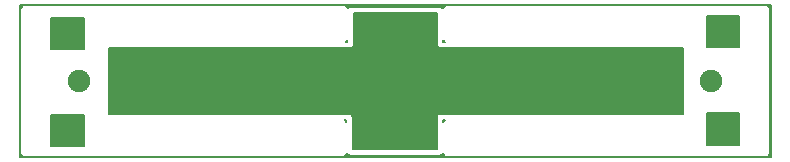
<source format=gbr>
G04 Generated by CircuitCAM Version 5.2*
%FSLAX24Y24*%
%MOMM*%
%ADD10C,0.200000*%
%ADD11C,1.000000*%
%ADD12C,1.900000*%
%LNTopLayer*%
%LPD*%
G54D10*
X92150Y179350D02*
X92150Y178150D01*
X93350Y178150D01*
G75*
G02X92150Y179350I2350J3550D01*
G74*
G01*
X93350Y202950D02*
X92150Y202950D01*
X92200Y201800D01*
G75*
G02X93350Y202950I3500J-2400D01*
G74*
G01*
X117950Y202950D02*
X116750Y202950D01*
G75*
G02X117950Y201750I-2350J-3550D01*
G74*
G01*
X117950Y202950D01*
X117950Y179250D02*
G75*
G02X116800Y178150I-3550J2560D01*
G74*
G01*
X117950Y178150D01*
X117950Y179250D01*
G54D11*
X109200Y181700D02*
X109200Y199400D01*
X109200Y196200D01*
X100800Y196200D01*
X100800Y199400D01*
X100800Y181700D01*
X95700Y199400D02*
X114400Y199400D01*
X114400Y181700D01*
X95700Y181700D01*
X95700Y199400D01*
G54D10*
X92150Y179350D02*
X92150Y178150D01*
X93350Y178150D01*
G75*
G02X92150Y179350I2350J3550D01*
G74*
G01*
X93350Y202950D02*
X92150Y202950D01*
X92200Y201800D01*
G75*
G02X93350Y202950I3500J-2400D01*
G74*
G01*
X117950Y202950D02*
X116750Y202950D01*
G75*
G02X117950Y201750I-2350J-3550D01*
G74*
G01*
X117950Y202950D01*
X117950Y179250D02*
G75*
G02X116800Y178150I-3550J2560D01*
G74*
G01*
X117950Y178150D01*
X117950Y179250D01*
G54D11*
X109200Y181700D02*
X109200Y199400D01*
X109200Y196200D01*
X100800Y196200D01*
X100800Y199400D01*
X100800Y181700D01*
X95700Y199400D02*
X114400Y199400D01*
X114400Y181700D01*
X95700Y181700D01*
X95700Y199400D01*
G54D10*
X118800Y203800D02*
X91300Y203800D01*
X91300Y177300D01*
X118800Y177300D01*
X118800Y203800D01*
X92150Y179350D02*
X92150Y178150D01*
X93350Y178150D01*
G75*
G02X92150Y179350I2350J3550D01*
G74*
G01*
X93350Y202950D02*
X92150Y202950D01*
X92200Y201800D01*
G75*
G02X93350Y202950I3500J-2400D01*
G74*
G01*
X117950Y202950D02*
X116750Y202950D01*
G75*
G02X117950Y201750I-2350J-3550D01*
G74*
G01*
X117950Y202950D01*
X117950Y179250D02*
G75*
G02X116800Y178150I-3550J2560D01*
G74*
G01*
X117950Y178150D01*
X117950Y179250D01*
G54D11*
X109200Y181700D02*
X109200Y199400D01*
X109200Y196200D01*
X100800Y196200D01*
X100800Y199400D01*
X100800Y181700D01*
X95700Y199400D02*
X114400Y199400D01*
X114400Y181700D01*
X95700Y181700D01*
X95700Y199400D01*
G54D10*
X92150Y179350D02*
X92150Y178150D01*
X93350Y178150D01*
G75*
G02X92150Y179350I2350J3550D01*
G74*
G01*
X93350Y202950D02*
X92150Y202950D01*
X92200Y201800D01*
G75*
G02X93350Y202950I3500J-2400D01*
G74*
G01*
X117950Y202950D02*
X116750Y202950D01*
G75*
G02X117950Y201750I-2350J-3550D01*
G74*
G01*
X117950Y202950D01*
X117950Y179250D02*
G75*
G02X116800Y178150I-3550J2560D01*
G74*
G01*
X117950Y178150D01*
X117950Y179250D01*
G54D11*
X109200Y181700D02*
X109200Y199400D01*
X109200Y196200D01*
X100800Y196200D01*
X100800Y199400D01*
X100800Y181700D01*
X95700Y199400D02*
X114400Y199400D01*
X114400Y181700D01*
X95700Y181700D01*
X95700Y199400D01*
G54D10*
X92150Y179350D02*
X92150Y178150D01*
X93350Y178150D01*
G75*
G02X92150Y179350I2350J3550D01*
G74*
G01*
X93350Y202950D02*
X92150Y202950D01*
X92200Y201800D01*
G75*
G02X93350Y202950I3500J-2400D01*
G74*
G01*
X117950Y202950D02*
X116750Y202950D01*
G75*
G02X117950Y201750I-2350J-3550D01*
G74*
G01*
X117950Y202950D01*
X117950Y179250D02*
G75*
G02X116800Y178150I-3550J2560D01*
G74*
G01*
X117950Y178150D01*
X117950Y179250D01*
G54D11*
X109200Y181700D02*
X109200Y199400D01*
X109200Y196200D01*
X100800Y196200D01*
X100800Y199400D01*
X100800Y181700D01*
X95700Y199400D02*
X114400Y199400D01*
X114400Y181700D01*
X95700Y181700D01*
X95700Y199400D01*
G54D10*
X118800Y203800D02*
X91300Y203800D01*
X91300Y177300D01*
X118800Y177300D01*
X118800Y203800D01*
X92150Y179350D02*
X92150Y178150D01*
X93350Y178150D01*
G75*
G02X92150Y179350I2350J3550D01*
G74*
G01*
X93350Y202950D02*
X92150Y202950D01*
X92200Y201800D01*
G75*
G02X93350Y202950I3500J-2400D01*
G74*
G01*
X117950Y202950D02*
X116750Y202950D01*
G75*
G02X117950Y201750I-2350J-3550D01*
G74*
G01*
X117950Y202950D01*
X117950Y179250D02*
G75*
G02X116800Y178150I-3550J2560D01*
G74*
G01*
X117950Y178150D01*
X117950Y179250D01*
G54D11*
X109200Y181700D02*
X109200Y199400D01*
X109200Y196200D01*
X100800Y196200D01*
X100800Y199400D01*
X100800Y181700D01*
X95700Y199400D02*
X114400Y199400D01*
X114400Y181700D01*
X95700Y181700D01*
X95700Y199400D01*
G54D10*
X624950Y176950D02*
X623750Y176950D01*
G75*
G02X624950Y175750I-2350J-3550D01*
G74*
G01*
X624950Y176950D01*
X625800Y177800D02*
X419900Y177800D01*
X419550Y177850D01*
X419400Y177900D01*
G75*
G02X417800Y180050I648J2153D01*
G74*
G01*
X417800Y207800D01*
X347300Y207800D01*
X347300Y180050D01*
G75*
G02X345050Y177800I-2250J0D01*
G74*
G01*
X140300Y177800D01*
X140300Y122300D01*
X344050Y122300D01*
G75*
G02X346300Y120050I0J-2250D01*
G74*
G01*
X346300Y92300D01*
X417800Y92300D01*
X417800Y120050D01*
G75*
G02X420050Y122300I2250J0D01*
G74*
G01*
X625800Y122300D01*
X625800Y177800D01*
X700050Y214300D02*
X65050Y214300D01*
G75*
G03X64850Y214200I0J-250D01*
G74*
G01*
X64800Y214150D01*
G75*
G02X64800Y214050I-1000J-100D01*
G74*
G01*
X64800Y86700D01*
G75*
G02X64800Y86550I-1000J-200D01*
G74*
G01*
X64800Y86500D01*
G75*
G02X64850Y86250I-1000J-250D01*
G74*
G01*
G75*
G02X64800Y86100I-1050J0D01*
G74*
G01*
G75*
G03X64800Y86000I255J-79D01*
G74*
G01*
X64800Y85950D01*
X64900Y85850D01*
X65200Y85800D01*
X699900Y85800D01*
X700200Y85850D01*
G75*
G03X700300Y86050I-160J186D01*
G74*
G01*
X700300Y214050D01*
G75*
G02X700250Y214200I950J350D01*
G74*
G01*
X700200Y214250D01*
G75*
G03X700050Y214300I-136J-210D01*
G74*
G01*
X699450Y213450D02*
X698250Y213450D01*
G75*
G02X699450Y212250I-2350J-3550D01*
G74*
G01*
X699450Y213450D01*
X673800Y122800D02*
X646300Y122800D01*
X646300Y96300D01*
X673800Y96300D01*
X673800Y122800D01*
X672950Y121950D02*
X671750Y121950D01*
G75*
G02X672950Y120750I-2350J-3550D01*
G74*
G01*
X672950Y121950D01*
X699450Y87800D02*
G75*
G02X698250Y86650I-3550J2503D01*
G74*
G01*
X699450Y86650D01*
X699450Y87800D01*
X672950Y98250D02*
G75*
G02X671800Y97150I-3550J2560D01*
G74*
G01*
X672950Y97150D01*
X672950Y98250D01*
X647150Y98350D02*
X647150Y97150D01*
X648350Y97150D01*
G75*
G02X647150Y98350I2350J3550D01*
G74*
G01*
X648350Y121950D02*
X647150Y121950D01*
X647200Y120800D01*
G75*
G02X648350Y121950I3500J-2400D01*
G74*
G01*
X624950Y124300D02*
G75*
G02X623750Y123150I-3550J2503D01*
G74*
G01*
X624950Y123150D01*
X624950Y124300D01*
X424350Y116950D02*
X423150Y116950D01*
X423200Y115800D01*
G75*
G02X424350Y116950I3500J-2400D01*
G74*
G01*
X422800Y88550D02*
G75*
G02X421200Y87150I-2771J1552D01*
G74*
G01*
X421050Y87100D01*
G75*
G02X420650Y87000I-650J1750D01*
G74*
G01*
X420300Y86950D01*
X344050Y86950D01*
G75*
G02X341300Y88500I-36J3150D01*
G74*
G01*
G75*
G02X339800Y86650I-3900J1700D01*
G74*
G01*
X424350Y86650D01*
G75*
G02X422800Y88550I2350J3550D01*
G74*
G01*
X416950Y94300D02*
G75*
G02X415750Y93150I-3550J2503D01*
G74*
G01*
X416950Y93150D01*
X416950Y94300D01*
X347150Y94350D02*
X347150Y93150D01*
X348350Y93150D01*
G75*
G02X347150Y94350I2350J3550D01*
G74*
G01*
X340950Y116950D02*
X339750Y116950D01*
G75*
G02X340950Y115750I-2350J-3550D01*
G74*
G01*
X340950Y116950D01*
X141150Y124350D02*
X141150Y123150D01*
X142350Y123150D01*
G75*
G02X141150Y124350I2350J3550D01*
G74*
G01*
X65650Y87850D02*
X65650Y86650D01*
X66850Y86650D01*
G75*
G02X65650Y87850I2350J3550D01*
G74*
G01*
X66850Y213450D02*
X65650Y213450D01*
X65700Y212300D01*
G75*
G02X66850Y213450I3500J-2400D01*
G74*
G01*
X142350Y176950D02*
X141150Y176950D01*
X141200Y175800D01*
G75*
G02X142350Y176950I3500J-2400D01*
G74*
G01*
X341950Y184300D02*
G75*
G02X340750Y183150I-3550J2503D01*
G74*
G01*
X341950Y183150D01*
X341950Y184300D01*
X349350Y206950D02*
X348150Y206950D01*
X348200Y205800D01*
G75*
G02X349350Y206950I3500J-2400D01*
G74*
G01*
X416950Y206950D02*
X415750Y206950D01*
G75*
G02X416950Y205750I-2350J-3550D01*
G74*
G01*
X416950Y206950D01*
X424350Y213450D02*
X340750Y213450D01*
G75*
G02X342350Y211550I-2350J-3603D01*
G74*
G01*
G75*
G02X345050Y213150I2700J-1500D01*
G74*
G01*
X420050Y213150D01*
G75*
G02X422800Y211550I15J-3137D01*
G74*
G01*
G75*
G02X424350Y213450I3900J-1650D01*
G74*
G01*
X423150Y184350D02*
X423150Y183150D01*
X424350Y183150D01*
G75*
G02X423150Y184350I2350J3550D01*
G74*
G01*
G54D11*
X650700Y118400D02*
X669400Y118400D01*
X669400Y100700D01*
X650700Y100700D01*
X650700Y118400D01*
X663600Y100700D02*
X663600Y118400D01*
X663600Y115200D01*
X655200Y115200D01*
X655200Y118400D01*
X655200Y100700D01*
X613200Y126700D02*
X613200Y173400D01*
X613200Y170200D01*
X604800Y170200D01*
X604800Y173400D01*
X604800Y126700D01*
X604800Y129900D01*
X596400Y129900D01*
X596400Y126700D01*
X596400Y173400D01*
X596400Y170200D01*
X588000Y170200D01*
X588000Y173400D01*
X588000Y126700D01*
X588000Y129900D01*
X579600Y129900D01*
X579600Y126700D01*
X579600Y173400D01*
X579600Y170200D01*
X571200Y170200D01*
X571200Y173400D01*
X571200Y126700D01*
X571200Y129900D01*
X562800Y129900D01*
X562800Y126700D01*
X562800Y173400D01*
X562800Y170200D01*
X554400Y170200D01*
X554400Y173400D01*
X554400Y126700D01*
X554400Y129900D01*
X546000Y129900D01*
X546000Y126700D01*
X546000Y173400D01*
X546000Y170200D01*
X537600Y170200D01*
X537600Y173400D01*
X537600Y126700D01*
X537600Y129900D01*
X529200Y129900D01*
X529200Y126700D01*
X529200Y173400D01*
X529200Y170200D01*
X520800Y170200D01*
X520800Y173400D01*
X520800Y126700D01*
X520800Y129900D01*
X512400Y129900D01*
X512400Y126700D01*
X512400Y173400D01*
X512400Y170200D01*
X504000Y170200D01*
X504000Y173400D01*
X504000Y126700D01*
X504000Y129900D01*
X495600Y129900D01*
X495600Y126700D01*
X495600Y173400D01*
X495600Y170200D01*
X487200Y170200D01*
X487200Y173400D01*
X487200Y126700D01*
X487200Y129900D01*
X478800Y129900D01*
X478800Y126700D01*
X478800Y173400D01*
X478800Y170200D01*
X470400Y170200D01*
X470400Y173400D01*
X470400Y126700D01*
X470400Y129900D01*
X462000Y129900D01*
X462000Y126700D01*
X462000Y173400D01*
X462000Y170200D01*
X453600Y170200D01*
X453600Y173400D01*
X453600Y126700D01*
X453600Y129900D01*
X445200Y129900D01*
X445200Y126700D01*
X445200Y173400D01*
X445200Y170200D01*
X436800Y170200D01*
X436800Y173400D01*
X436800Y126700D01*
X436800Y129900D01*
X428400Y129900D01*
X428400Y126700D01*
X428400Y173400D01*
X428400Y170200D01*
X420000Y170200D01*
X420000Y173400D01*
X420000Y126700D01*
X411600Y126700D01*
X411600Y96700D01*
X411600Y203400D01*
X411600Y200200D01*
X403200Y200200D01*
X403200Y203400D01*
X403200Y96700D01*
X403200Y99900D01*
X394800Y99900D01*
X394800Y96700D01*
X394800Y203400D01*
X394800Y200200D01*
X386400Y200200D01*
X386400Y203400D01*
X386400Y96700D01*
X386400Y99900D01*
X378000Y99900D01*
X378000Y96700D01*
X378000Y203400D01*
X378000Y200200D01*
X369600Y200200D01*
X369600Y203400D01*
X369600Y96700D01*
X369600Y99900D01*
X361200Y99900D01*
X361200Y96700D01*
X361200Y203400D01*
X361200Y200200D01*
X352800Y200200D01*
X352800Y203400D01*
X352800Y96700D01*
X352800Y126700D01*
X344400Y126700D01*
X344400Y126700D02*
X344400Y173400D01*
X344400Y170200D01*
X336000Y170200D01*
X336000Y173400D01*
X336000Y126700D01*
X336000Y129900D01*
X327600Y129900D01*
X327600Y126700D01*
X327600Y173400D01*
X327600Y170200D01*
X319200Y170200D01*
X319200Y173400D01*
X319200Y126700D01*
X319200Y129900D01*
X310800Y129900D01*
X310800Y126700D01*
X310800Y173400D01*
X310800Y170200D01*
X302400Y170200D01*
X302400Y173400D01*
X302400Y126700D01*
X302400Y129900D01*
X294000Y129900D01*
X294000Y126700D01*
X294000Y173400D01*
X294000Y170200D01*
X285600Y170200D01*
X285600Y173400D01*
X285600Y126700D01*
X285600Y129900D01*
X277200Y129900D01*
X277200Y126700D01*
X277200Y173400D01*
X277200Y170200D01*
X268800Y170200D01*
X268800Y173400D01*
X268800Y126700D01*
X268800Y129900D01*
X260400Y129900D01*
X260400Y126700D01*
X260400Y173400D01*
X260400Y170200D01*
X252000Y170200D01*
X252000Y173400D01*
X252000Y126700D01*
X252000Y129900D01*
X243600Y129900D01*
X243600Y126700D01*
X243600Y173400D01*
X243600Y170200D01*
X235200Y170200D01*
X235200Y173400D01*
X235200Y126700D01*
X235200Y129900D01*
X226800Y129900D01*
X226800Y126700D01*
X226800Y173400D01*
X226800Y170200D01*
X218400Y170200D01*
X218400Y173400D01*
X218400Y126700D01*
X218400Y129900D01*
X210000Y129900D01*
X210000Y126700D01*
X210000Y173400D01*
X210000Y170200D01*
X201600Y170200D01*
X201600Y173400D01*
X201600Y126700D01*
X201600Y129900D01*
X193200Y129900D01*
X193200Y126700D01*
X193200Y173400D01*
X193200Y170200D01*
X184800Y170200D01*
X184800Y173400D01*
X184800Y126700D01*
X184800Y129900D01*
X176400Y129900D01*
X176400Y126700D01*
X176400Y173400D01*
X176400Y170200D01*
X168000Y170200D01*
X168000Y173400D01*
X168000Y126700D01*
X168000Y129900D01*
X159600Y129900D01*
X159600Y126700D01*
X159600Y173400D01*
X159600Y170200D01*
X151200Y170200D01*
X151200Y173400D01*
X151200Y126700D01*
X351700Y203400D02*
X413400Y203400D01*
X413400Y180050D01*
G75*
G03X418200Y173650I6667J0D01*
G74*
G01*
G75*
G03X418900Y173500I1500J5200D01*
G74*
G01*
X419300Y173450D01*
G75*
G03X420050Y173400I750J5350D01*
G74*
G01*
X621400Y173400D01*
X621400Y126700D01*
X420050Y126700D01*
G75*
G03X413400Y120050I0J-6650D01*
G74*
G01*
X413400Y96700D01*
X350700Y96700D01*
X350700Y120050D01*
G75*
G03X350700Y120550I-5400J0D01*
G74*
G01*
X350700Y120600D01*
G75*
G03X344050Y126700I-6650J-550D01*
G74*
G01*
X144700Y126700D01*
X144700Y173400D01*
X345050Y173400D01*
X345850Y173450D01*
G75*
G03X351700Y180050I-800J6600D01*
G74*
G01*
X351700Y203400D01*
G54D10*
X92150Y179350D02*
X92150Y178150D01*
X93350Y178150D01*
G75*
G02X92150Y179350I2350J3550D01*
G74*
G01*
X93350Y202950D02*
X92150Y202950D01*
X92200Y201800D01*
G75*
G02X93350Y202950I3500J-2400D01*
G74*
G01*
X117950Y202950D02*
X116750Y202950D01*
G75*
G02X117950Y201750I-2350J-3550D01*
G74*
G01*
X117950Y202950D01*
X117950Y179250D02*
G75*
G02X116800Y178150I-3550J2560D01*
G74*
G01*
X117950Y178150D01*
X117950Y179250D01*
G54D11*
X109200Y181700D02*
X109200Y199400D01*
X109200Y196200D01*
X100800Y196200D01*
X100800Y199400D01*
X100800Y181700D01*
X95700Y199400D02*
X114400Y199400D01*
X114400Y181700D01*
X95700Y181700D01*
X95700Y199400D01*
G54D10*
X92150Y179350D02*
X92150Y178150D01*
X93350Y178150D01*
G75*
G02X92150Y179350I2350J3550D01*
G74*
G01*
X93350Y202950D02*
X92150Y202950D01*
X92200Y201800D01*
G75*
G02X93350Y202950I3500J-2400D01*
G74*
G01*
X117950Y202950D02*
X116750Y202950D01*
G75*
G02X117950Y201750I-2350J-3550D01*
G74*
G01*
X117950Y202950D01*
X117950Y179250D02*
G75*
G02X116800Y178150I-3550J2560D01*
G74*
G01*
X117950Y178150D01*
X117950Y179250D01*
G54D11*
X109200Y181700D02*
X109200Y199400D01*
X109200Y196200D01*
X100800Y196200D01*
X100800Y199400D01*
X100800Y181700D01*
X95700Y199400D02*
X114400Y199400D01*
X114400Y181700D01*
X95700Y181700D01*
X95700Y199400D01*
G54D10*
X118800Y203800D02*
X91300Y203800D01*
X91300Y177300D01*
X118800Y177300D01*
X118800Y203800D01*
X92150Y179350D02*
X92150Y178150D01*
X93350Y178150D01*
G75*
G02X92150Y179350I2350J3550D01*
G74*
G01*
X93350Y202950D02*
X92150Y202950D01*
X92200Y201800D01*
G75*
G02X93350Y202950I3500J-2400D01*
G74*
G01*
X117950Y202950D02*
X116750Y202950D01*
G75*
G02X117950Y201750I-2350J-3550D01*
G74*
G01*
X117950Y202950D01*
X117950Y179250D02*
G75*
G02X116800Y178150I-3550J2560D01*
G74*
G01*
X117950Y178150D01*
X117950Y179250D01*
G54D11*
X109200Y181700D02*
X109200Y199400D01*
X109200Y196200D01*
X100800Y196200D01*
X100800Y199400D01*
X100800Y181700D01*
X95700Y199400D02*
X114400Y199400D01*
X114400Y181700D01*
X95700Y181700D01*
X95700Y199400D01*
G54D10*
X92226Y97000D02*
X92226Y95800D01*
X93426Y95800D01*
G75*
G02X92226Y97000I2350J3550D01*
G74*
G01*
X93426Y120600D02*
X92226Y120600D01*
X92276Y119450D01*
G75*
G02X93426Y120600I3500J-2400D01*
G74*
G01*
X118026Y120600D02*
X116826Y120600D01*
G75*
G02X118026Y119400I-2350J-3550D01*
G74*
G01*
X118026Y120600D01*
X118026Y96900D02*
G75*
G02X116876Y95800I-3550J2560D01*
G74*
G01*
X118026Y95800D01*
X118026Y96900D01*
G54D11*
X109276Y99350D02*
X109276Y117050D01*
X109276Y113850D01*
X100876Y113850D01*
X100876Y117050D01*
X100876Y99350D01*
X95776Y117050D02*
X114476Y117050D01*
X114476Y99350D01*
X95776Y99350D01*
X95776Y117050D01*
G54D10*
X92226Y97000D02*
X92226Y95800D01*
X93426Y95800D01*
G75*
G02X92226Y97000I2350J3550D01*
G74*
G01*
X93426Y120600D02*
X92226Y120600D01*
X92276Y119450D01*
G75*
G02X93426Y120600I3500J-2400D01*
G74*
G01*
X118026Y120600D02*
X116826Y120600D01*
G75*
G02X118026Y119400I-2350J-3550D01*
G74*
G01*
X118026Y120600D01*
X118026Y96900D02*
G75*
G02X116876Y95800I-3550J2560D01*
G74*
G01*
X118026Y95800D01*
X118026Y96900D01*
G54D11*
X109276Y99350D02*
X109276Y117050D01*
X109276Y113850D01*
X100876Y113850D01*
X100876Y117050D01*
X100876Y99350D01*
X95776Y117050D02*
X114476Y117050D01*
X114476Y99350D01*
X95776Y99350D01*
X95776Y117050D01*
G54D10*
X118876Y121450D02*
X91376Y121450D01*
X91376Y94950D01*
X118876Y94950D01*
X118876Y121450D01*
X92226Y97000D02*
X92226Y95800D01*
X93426Y95800D01*
G75*
G02X92226Y97000I2350J3550D01*
G74*
G01*
X93426Y120600D02*
X92226Y120600D01*
X92276Y119450D01*
G75*
G02X93426Y120600I3500J-2400D01*
G74*
G01*
X118026Y120600D02*
X116826Y120600D01*
G75*
G02X118026Y119400I-2350J-3550D01*
G74*
G01*
X118026Y120600D01*
X118026Y96900D02*
G75*
G02X116876Y95800I-3550J2560D01*
G74*
G01*
X118026Y95800D01*
X118026Y96900D01*
G54D11*
X109276Y99350D02*
X109276Y117050D01*
X109276Y113850D01*
X100876Y113850D01*
X100876Y117050D01*
X100876Y99350D01*
X95776Y117050D02*
X114476Y117050D01*
X114476Y99350D01*
X95776Y99350D01*
X95776Y117050D01*
G54D10*
X92226Y97000D02*
X92226Y95800D01*
X93426Y95800D01*
G75*
G02X92226Y97000I2350J3550D01*
G74*
G01*
X93426Y120600D02*
X92226Y120600D01*
X92276Y119450D01*
G75*
G02X93426Y120600I3500J-2400D01*
G74*
G01*
X118026Y120600D02*
X116826Y120600D01*
G75*
G02X118026Y119400I-2350J-3550D01*
G74*
G01*
X118026Y120600D01*
X118026Y96900D02*
G75*
G02X116876Y95800I-3550J2560D01*
G74*
G01*
X118026Y95800D01*
X118026Y96900D01*
G54D11*
X109276Y99350D02*
X109276Y117050D01*
X109276Y113850D01*
X100876Y113850D01*
X100876Y117050D01*
X100876Y99350D01*
X95776Y117050D02*
X114476Y117050D01*
X114476Y99350D01*
X95776Y99350D01*
X95776Y117050D01*
G54D10*
X92226Y97000D02*
X92226Y95800D01*
X93426Y95800D01*
G75*
G02X92226Y97000I2350J3550D01*
G74*
G01*
X93426Y120600D02*
X92226Y120600D01*
X92276Y119450D01*
G75*
G02X93426Y120600I3500J-2400D01*
G74*
G01*
X118026Y120600D02*
X116826Y120600D01*
G75*
G02X118026Y119400I-2350J-3550D01*
G74*
G01*
X118026Y120600D01*
X118026Y96900D02*
G75*
G02X116876Y95800I-3550J2560D01*
G74*
G01*
X118026Y95800D01*
X118026Y96900D01*
G54D11*
X109276Y99350D02*
X109276Y117050D01*
X109276Y113850D01*
X100876Y113850D01*
X100876Y117050D01*
X100876Y99350D01*
X95776Y117050D02*
X114476Y117050D01*
X114476Y99350D01*
X95776Y99350D01*
X95776Y117050D01*
G54D10*
X118876Y121450D02*
X91376Y121450D01*
X91376Y94950D01*
X118876Y94950D01*
X118876Y121450D01*
X92226Y97000D02*
X92226Y95800D01*
X93426Y95800D01*
G75*
G02X92226Y97000I2350J3550D01*
G74*
G01*
X93426Y120600D02*
X92226Y120600D01*
X92276Y119450D01*
G75*
G02X93426Y120600I3500J-2400D01*
G74*
G01*
X118026Y120600D02*
X116826Y120600D01*
G75*
G02X118026Y119400I-2350J-3550D01*
G74*
G01*
X118026Y120600D01*
X118026Y96900D02*
G75*
G02X116876Y95800I-3550J2560D01*
G74*
G01*
X118026Y95800D01*
X118026Y96900D01*
G54D11*
X109276Y99350D02*
X109276Y117050D01*
X109276Y113850D01*
X100876Y113850D01*
X100876Y117050D01*
X100876Y99350D01*
X95776Y117050D02*
X114476Y117050D01*
X114476Y99350D01*
X95776Y99350D01*
X95776Y117050D01*
G54D10*
X92226Y97000D02*
X92226Y95800D01*
X93426Y95800D01*
G75*
G02X92226Y97000I2350J3550D01*
G74*
G01*
X93426Y120600D02*
X92226Y120600D01*
X92276Y119450D01*
G75*
G02X93426Y120600I3500J-2400D01*
G74*
G01*
X118026Y120600D02*
X116826Y120600D01*
G75*
G02X118026Y119400I-2350J-3550D01*
G74*
G01*
X118026Y120600D01*
X118026Y96900D02*
G75*
G02X116876Y95800I-3550J2560D01*
G74*
G01*
X118026Y95800D01*
X118026Y96900D01*
G54D11*
X109276Y99350D02*
X109276Y117050D01*
X109276Y113850D01*
X100876Y113850D01*
X100876Y117050D01*
X100876Y99350D01*
X95776Y117050D02*
X114476Y117050D01*
X114476Y99350D01*
X95776Y99350D01*
X95776Y117050D01*
G54D10*
X92226Y97000D02*
X92226Y95800D01*
X93426Y95800D01*
G75*
G02X92226Y97000I2350J3550D01*
G74*
G01*
X93426Y120600D02*
X92226Y120600D01*
X92276Y119450D01*
G75*
G02X93426Y120600I3500J-2400D01*
G74*
G01*
X118026Y120600D02*
X116826Y120600D01*
G75*
G02X118026Y119400I-2350J-3550D01*
G74*
G01*
X118026Y120600D01*
X118026Y96900D02*
G75*
G02X116876Y95800I-3550J2560D01*
G74*
G01*
X118026Y95800D01*
X118026Y96900D01*
G54D11*
X109276Y99350D02*
X109276Y117050D01*
X109276Y113850D01*
X100876Y113850D01*
X100876Y117050D01*
X100876Y99350D01*
X95776Y117050D02*
X114476Y117050D01*
X114476Y99350D01*
X95776Y99350D01*
X95776Y117050D01*
G54D10*
X118876Y121450D02*
X91376Y121450D01*
X91376Y94950D01*
X118876Y94950D01*
X118876Y121450D01*
X92226Y97000D02*
X92226Y95800D01*
X93426Y95800D01*
G75*
G02X92226Y97000I2350J3550D01*
G74*
G01*
X93426Y120600D02*
X92226Y120600D01*
X92276Y119450D01*
G75*
G02X93426Y120600I3500J-2400D01*
G74*
G01*
X118026Y120600D02*
X116826Y120600D01*
G75*
G02X118026Y119400I-2350J-3550D01*
G74*
G01*
X118026Y120600D01*
X118026Y96900D02*
G75*
G02X116876Y95800I-3550J2560D01*
G74*
G01*
X118026Y95800D01*
X118026Y96900D01*
G54D11*
X109276Y99350D02*
X109276Y117050D01*
X109276Y113850D01*
X100876Y113850D01*
X100876Y117050D01*
X100876Y99350D01*
X95776Y117050D02*
X114476Y117050D01*
X114476Y99350D01*
X95776Y99350D01*
X95776Y117050D01*
G54D10*
X647226Y181000D02*
X647226Y179800D01*
X648426Y179800D01*
G75*
G02X647226Y181000I2350J3550D01*
G74*
G01*
X648426Y204600D02*
X647226Y204600D01*
X647276Y203450D01*
G75*
G02X648426Y204600I3500J-2400D01*
G74*
G01*
X673026Y204600D02*
X671826Y204600D01*
G75*
G02X673026Y203400I-2350J-3550D01*
G74*
G01*
X673026Y204600D01*
X673026Y180900D02*
G75*
G02X671876Y179800I-3550J2560D01*
G74*
G01*
X673026Y179800D01*
X673026Y180900D01*
G54D11*
X664276Y183350D02*
X664276Y201050D01*
X664276Y197850D01*
X655876Y197850D01*
X655876Y201050D01*
X655876Y183350D01*
X650776Y201050D02*
X669476Y201050D01*
X669476Y183350D01*
X650776Y183350D01*
X650776Y201050D01*
G54D10*
X647226Y181000D02*
X647226Y179800D01*
X648426Y179800D01*
G75*
G02X647226Y181000I2350J3550D01*
G74*
G01*
X648426Y204600D02*
X647226Y204600D01*
X647276Y203450D01*
G75*
G02X648426Y204600I3500J-2400D01*
G74*
G01*
X673026Y204600D02*
X671826Y204600D01*
G75*
G02X673026Y203400I-2350J-3550D01*
G74*
G01*
X673026Y204600D01*
X673026Y180900D02*
G75*
G02X671876Y179800I-3550J2560D01*
G74*
G01*
X673026Y179800D01*
X673026Y180900D01*
G54D11*
X664276Y183350D02*
X664276Y201050D01*
X664276Y197850D01*
X655876Y197850D01*
X655876Y201050D01*
X655876Y183350D01*
X650776Y201050D02*
X669476Y201050D01*
X669476Y183350D01*
X650776Y183350D01*
X650776Y201050D01*
G54D10*
X673876Y205450D02*
X646376Y205450D01*
X646376Y178950D01*
X673876Y178950D01*
X673876Y205450D01*
X647226Y181000D02*
X647226Y179800D01*
X648426Y179800D01*
G75*
G02X647226Y181000I2350J3550D01*
G74*
G01*
X648426Y204600D02*
X647226Y204600D01*
X647276Y203450D01*
G75*
G02X648426Y204600I3500J-2400D01*
G74*
G01*
X673026Y204600D02*
X671826Y204600D01*
G75*
G02X673026Y203400I-2350J-3550D01*
G74*
G01*
X673026Y204600D01*
X673026Y180900D02*
G75*
G02X671876Y179800I-3550J2560D01*
G74*
G01*
X673026Y179800D01*
X673026Y180900D01*
G54D11*
X664276Y183350D02*
X664276Y201050D01*
X664276Y197850D01*
X655876Y197850D01*
X655876Y201050D01*
X655876Y183350D01*
X650776Y201050D02*
X669476Y201050D01*
X669476Y183350D01*
X650776Y183350D01*
X650776Y201050D01*
G54D10*
X647226Y181000D02*
X647226Y179800D01*
X648426Y179800D01*
G75*
G02X647226Y181000I2350J3550D01*
G74*
G01*
X648426Y204600D02*
X647226Y204600D01*
X647276Y203450D01*
G75*
G02X648426Y204600I3500J-2400D01*
G74*
G01*
X673026Y204600D02*
X671826Y204600D01*
G75*
G02X673026Y203400I-2350J-3550D01*
G74*
G01*
X673026Y204600D01*
X673026Y180900D02*
G75*
G02X671876Y179800I-3550J2560D01*
G74*
G01*
X673026Y179800D01*
X673026Y180900D01*
G54D11*
X664276Y183350D02*
X664276Y201050D01*
X664276Y197850D01*
X655876Y197850D01*
X655876Y201050D01*
X655876Y183350D01*
X650776Y201050D02*
X669476Y201050D01*
X669476Y183350D01*
X650776Y183350D01*
X650776Y201050D01*
G54D10*
X647226Y181000D02*
X647226Y179800D01*
X648426Y179800D01*
G75*
G02X647226Y181000I2350J3550D01*
G74*
G01*
X648426Y204600D02*
X647226Y204600D01*
X647276Y203450D01*
G75*
G02X648426Y204600I3500J-2400D01*
G74*
G01*
X673026Y204600D02*
X671826Y204600D01*
G75*
G02X673026Y203400I-2350J-3550D01*
G74*
G01*
X673026Y204600D01*
X673026Y180900D02*
G75*
G02X671876Y179800I-3550J2560D01*
G74*
G01*
X673026Y179800D01*
X673026Y180900D01*
G54D11*
X664276Y183350D02*
X664276Y201050D01*
X664276Y197850D01*
X655876Y197850D01*
X655876Y201050D01*
X655876Y183350D01*
X650776Y201050D02*
X669476Y201050D01*
X669476Y183350D01*
X650776Y183350D01*
X650776Y201050D01*
G54D10*
X673876Y205450D02*
X646376Y205450D01*
X646376Y178950D01*
X673876Y178950D01*
X673876Y205450D01*
X647226Y181000D02*
X647226Y179800D01*
X648426Y179800D01*
G75*
G02X647226Y181000I2350J3550D01*
G74*
G01*
X648426Y204600D02*
X647226Y204600D01*
X647276Y203450D01*
G75*
G02X648426Y204600I3500J-2400D01*
G74*
G01*
X673026Y204600D02*
X671826Y204600D01*
G75*
G02X673026Y203400I-2350J-3550D01*
G74*
G01*
X673026Y204600D01*
X673026Y180900D02*
G75*
G02X671876Y179800I-3550J2560D01*
G74*
G01*
X673026Y179800D01*
X673026Y180900D01*
G54D11*
X664276Y183350D02*
X664276Y201050D01*
X664276Y197850D01*
X655876Y197850D01*
X655876Y201050D01*
X655876Y183350D01*
X650776Y201050D02*
X669476Y201050D01*
X669476Y183350D01*
X650776Y183350D01*
X650776Y201050D01*
G54D10*
X647226Y181000D02*
X647226Y179800D01*
X648426Y179800D01*
G75*
G02X647226Y181000I2350J3550D01*
G74*
G01*
X648426Y204600D02*
X647226Y204600D01*
X647276Y203450D01*
G75*
G02X648426Y204600I3500J-2400D01*
G74*
G01*
X673026Y204600D02*
X671826Y204600D01*
G75*
G02X673026Y203400I-2350J-3550D01*
G74*
G01*
X673026Y204600D01*
X673026Y180900D02*
G75*
G02X671876Y179800I-3550J2560D01*
G74*
G01*
X673026Y179800D01*
X673026Y180900D01*
G54D11*
X664276Y183350D02*
X664276Y201050D01*
X664276Y197850D01*
X655876Y197850D01*
X655876Y201050D01*
X655876Y183350D01*
X650776Y201050D02*
X669476Y201050D01*
X669476Y183350D01*
X650776Y183350D01*
X650776Y201050D01*
G54D10*
X647226Y181000D02*
X647226Y179800D01*
X648426Y179800D01*
G75*
G02X647226Y181000I2350J3550D01*
G74*
G01*
X648426Y204600D02*
X647226Y204600D01*
X647276Y203450D01*
G75*
G02X648426Y204600I3500J-2400D01*
G74*
G01*
X673026Y204600D02*
X671826Y204600D01*
G75*
G02X673026Y203400I-2350J-3550D01*
G74*
G01*
X673026Y204600D01*
X673026Y180900D02*
G75*
G02X671876Y179800I-3550J2560D01*
G74*
G01*
X673026Y179800D01*
X673026Y180900D01*
G54D11*
X664276Y183350D02*
X664276Y201050D01*
X664276Y197850D01*
X655876Y197850D01*
X655876Y201050D01*
X655876Y183350D01*
X650776Y201050D02*
X669476Y201050D01*
X669476Y183350D01*
X650776Y183350D01*
X650776Y201050D01*
G54D10*
X673876Y205450D02*
X646376Y205450D01*
X646376Y178950D01*
X673876Y178950D01*
X673876Y205450D01*
X647226Y181000D02*
X647226Y179800D01*
X648426Y179800D01*
G75*
G02X647226Y181000I2350J3550D01*
G74*
G01*
X648426Y204600D02*
X647226Y204600D01*
X647276Y203450D01*
G75*
G02X648426Y204600I3500J-2400D01*
G74*
G01*
X673026Y204600D02*
X671826Y204600D01*
G75*
G02X673026Y203400I-2350J-3550D01*
G74*
G01*
X673026Y204600D01*
X673026Y180900D02*
G75*
G02X671876Y179800I-3550J2560D01*
G74*
G01*
X673026Y179800D01*
X673026Y180900D01*
G54D11*
X664276Y183350D02*
X664276Y201050D01*
X664276Y197850D01*
X655876Y197850D01*
X655876Y201050D01*
X655876Y183350D01*
X650776Y201050D02*
X669476Y201050D01*
X669476Y183350D01*
X650776Y183350D01*
X650776Y201050D01*
G54D10*
X650011Y150012D03*
X115011Y150012D03*
G54D12*
X650011Y150012D03*
X115011Y150012D03*
G54D10*
X65049Y86050D02*
X700049Y86050D01*
X700049Y214051D01*
X65049Y214051D01*
X65049Y86050D01*
X699450Y87750D02*
G75*
G02X698300Y86650I-3550J2560D01*
G74*
G01*
X699450Y86650D01*
X699450Y87750D01*
X699450Y213450D02*
X698250Y213450D01*
G75*
G02X699450Y212250I-2350J-3550D01*
G74*
G01*
X699450Y213450D01*
X700050Y214300D02*
X65050Y214300D01*
G75*
G03X64800Y214050I0J-250D01*
G74*
G01*
X64800Y86500D01*
G75*
G02X64850Y86250I-1000J-250D01*
G74*
G01*
G75*
G02X64800Y86100I-1050J0D01*
G74*
G01*
G75*
G03X65050Y85800I248J-48D01*
G74*
G01*
X700050Y85800D01*
G75*
G03X700300Y86100I2J252D01*
G74*
G01*
G75*
G02X700300Y86250I1000J150D01*
G74*
G01*
X700300Y214050D01*
G75*
G03X700050Y214300I-250J0D01*
G74*
G01*
X65049Y86050D02*
X700049Y86050D01*
X700049Y214051D01*
X65049Y214051D01*
X65049Y86050D01*
X699450Y87750D02*
G75*
G02X698300Y86650I-3550J2560D01*
G74*
G01*
X699450Y86650D01*
X699450Y87750D01*
X699450Y213450D02*
X698250Y213450D01*
G75*
G02X699450Y212250I-2350J-3550D01*
G74*
G01*
X699450Y213450D01*
X700050Y214300D02*
X65050Y214300D01*
G75*
G03X64800Y214050I0J-250D01*
G74*
G01*
X64800Y86500D01*
G75*
G02X64850Y86250I-1000J-250D01*
G74*
G01*
G75*
G02X64800Y86100I-1050J0D01*
G74*
G01*
G75*
G03X65050Y85800I248J-48D01*
G74*
G01*
X700050Y85800D01*
G75*
G03X700300Y86100I2J252D01*
G74*
G01*
G75*
G02X700300Y86250I1000J150D01*
G74*
G01*
X700300Y214050D01*
G75*
G03X700050Y214300I-250J0D01*
G74*
G01*
M02*

</source>
